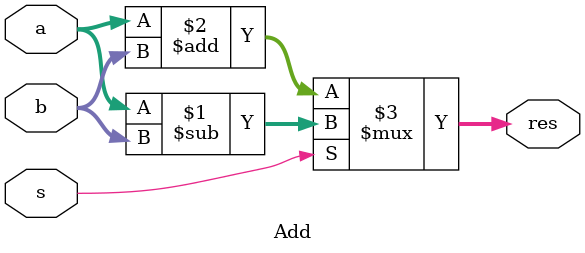
<source format=v>
`timescale 1ns / 1ps

module Add(
    input [31:0] a,
    input [31:0] b,
    input s,
    output [31:0] res 
);

assign res = s ? a - b : a + b;

endmodule

</source>
